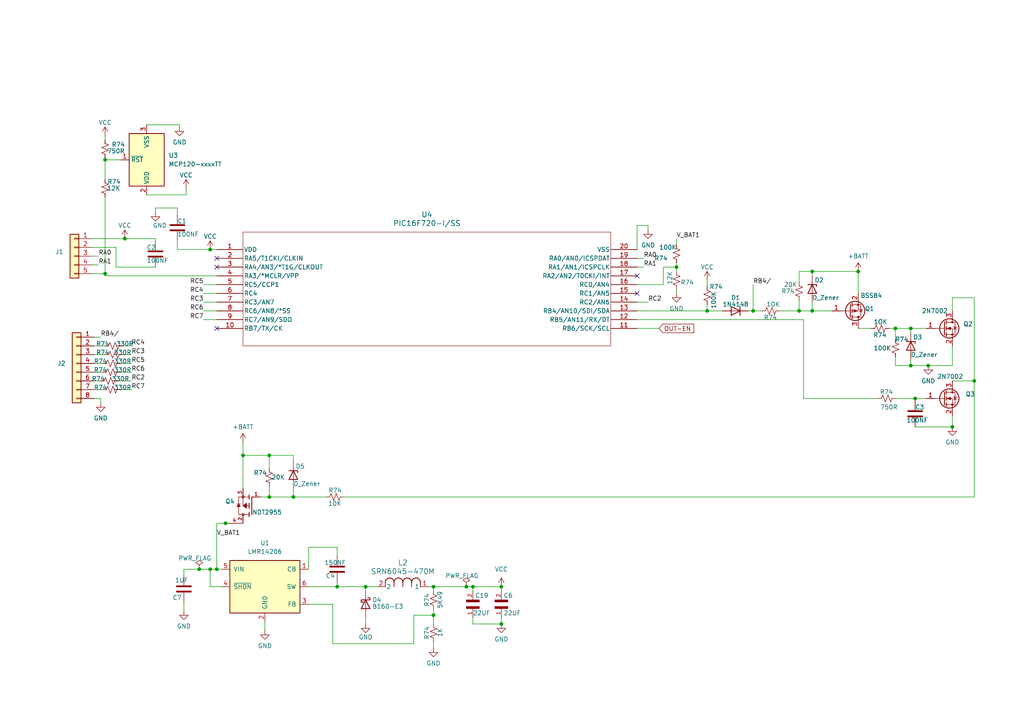
<source format=kicad_sch>
(kicad_sch (version 20230121) (generator eeschema)
  (paper "A4")
  (lib_symbols
    (symbol "2023-11-07_23-27-51:SRN6045-470M" (pin_names (offset 0.254))
      (property "Reference" "L" (at 6.985 5.08 0))
      (property "Value" "SRN6045-470M" (at 6.985 -2.54 0))
      (symbol "SRN6045-470M_1_1"
        (polyline (pts (xy 2.54 0) (xy 2.54 1.27)) (stroke (width 0.2032)))
        (polyline (pts (xy 5.08 0) (xy 5.08 1.27)) (stroke (width 0.2032)))
        (polyline (pts (xy 7.62 0) (xy 7.62 1.27)) (stroke (width 0.2032)))
        (polyline (pts (xy 10.16 0) (xy 10.16 1.27)) (stroke (width 0.2032)))
        (polyline (pts (xy 12.7 0) (xy 12.7 1.27)) (stroke (width 0.2032)))
        (arc (start 5.08 1.27) (mid 3.81 2.5345) (end 2.54 1.27) (stroke (width 0.254)))
        (arc (start 7.62 1.27) (mid 6.35 2.5345) (end 5.08 1.27) (stroke (width 0.254)))
        (arc (start 10.16 1.27) (mid 8.89 2.5345) (end 7.62 1.27) (stroke (width 0.254)))
        (arc (start 12.7 1.27) (mid 11.43 2.5345) (end 10.16 1.27) (stroke (width 0.254)))
        (pin unspecified line (at 15.24 0 180) (length 2.54) (name "1") (number "1"))
        (pin unspecified line (at 0 0 0) (length 2.54) (name "2") (number "2"))
      )
      (symbol "SRN6045-470M_1_2"
        (arc (start -1.27 5.08) (mid -2.5345 3.81) (end -1.27 2.54) (stroke (width 0.254)))
        (arc (start -1.27 7.62) (mid -2.5345 6.35) (end -1.27 5.08) (stroke (width 0.254)))
        (arc (start -1.27 10.16) (mid -2.5345 8.89) (end -1.27 7.62) (stroke (width 0.254)))
        (arc (start -1.27 12.7) (mid -2.5345 11.43) (end -1.27 10.16) (stroke (width 0.254)))
        (polyline (pts (xy 0 2.54) (xy -1.27 2.54)) (stroke (width 0.2032)))
        (polyline (pts (xy 0 5.08) (xy -1.27 5.08)) (stroke (width 0.2032)))
        (polyline (pts (xy 0 7.62) (xy -1.27 7.62)) (stroke (width 0.2032)))
        (polyline (pts (xy 0 10.16) (xy -1.27 10.16)) (stroke (width 0.2032)))
        (polyline (pts (xy 0 12.7) (xy -1.27 12.7)) (stroke (width 0.2032)))
        (pin unspecified line (at 0 15.24 270) (length 2.54) (name "1") (number "1"))
        (pin unspecified line (at 0 0 90) (length 2.54) (name "2") (number "2"))
      )
    )
    (symbol "202310-27_12-04-08:PIC16F720-I_SS" (pin_names (offset 0.254))
      (property "Reference" "U" (at 60.96 10.16 0))
      (property "Value" "PIC16F720-I/SS" (at 60.96 7.62 0))
      (symbol "PIC16F720-I_SS_0_1"
        (polyline (pts (xy 7.62 -27.94) (xy 114.3 -27.94)) (stroke (width 0.127)))
        (polyline (pts (xy 7.62 5.08) (xy 7.62 -27.94)) (stroke (width 0.127)))
        (polyline (pts (xy 114.3 -27.94) (xy 114.3 5.08)) (stroke (width 0.127)))
        (polyline (pts (xy 114.3 5.08) (xy 7.62 5.08)) (stroke (width 0.127)))
        (pin power_in line (at 0 0 0) (length 7.62) (name "VDD") (number "1"))
        (pin bidirectional line (at 0 -22.86 0) (length 7.62) (name "RB7/TX/CK") (number "10"))
        (pin bidirectional line (at 121.92 -22.86 180) (length 7.62) (name "RB6/SCK/SCL") (number "11"))
        (pin bidirectional line (at 121.92 -20.32 180) (length 7.62) (name "RB5/AN11/RX/DT") (number "12"))
        (pin bidirectional line (at 121.92 -17.78 180) (length 7.62) (name "RB4/AN10/SDI/SDA") (number "13"))
        (pin bidirectional line (at 121.92 -15.24 180) (length 7.62) (name "RC2/AN6") (number "14"))
        (pin bidirectional line (at 121.92 -12.7 180) (length 7.62) (name "RC1/AN5") (number "15"))
        (pin bidirectional line (at 121.92 -10.16 180) (length 7.62) (name "RC0/AN4") (number "16"))
        (pin bidirectional line (at 121.92 -7.62 180) (length 7.62) (name "RA2/AN2/T0CKI/INT") (number "17"))
        (pin bidirectional line (at 121.92 -5.08 180) (length 7.62) (name "RA1/AN1/ICSPCLK") (number "18"))
        (pin bidirectional line (at 121.92 -2.54 180) (length 7.62) (name "RA0/AN0/ICSPDAT") (number "19"))
        (pin bidirectional line (at 0 -2.54 0) (length 7.62) (name "RA5/T1CKI/CLKIN") (number "2"))
        (pin power_in line (at 121.92 0 180) (length 7.62) (name "VSS") (number "20"))
        (pin bidirectional line (at 0 -5.08 0) (length 7.62) (name "RA4/AN3/*T1G/CLKOUT") (number "3"))
        (pin bidirectional line (at 0 -7.62 0) (length 7.62) (name "RA3/*MCLR/VPP") (number "4"))
        (pin bidirectional line (at 0 -10.16 0) (length 7.62) (name "RC5/CCP1") (number "5"))
        (pin bidirectional line (at 0 -12.7 0) (length 7.62) (name "RC4") (number "6"))
        (pin bidirectional line (at 0 -15.24 0) (length 7.62) (name "RC3/AN7") (number "7"))
        (pin bidirectional line (at 0 -17.78 0) (length 7.62) (name "RC6/AN8/*SS") (number "8"))
        (pin bidirectional line (at 0 -20.32 0) (length 7.62) (name "RC7/AN9/SDO") (number "9"))
      )
    )
    (symbol "Connector_Generic:Conn_01x05" (pin_names (offset 1.016) hide)
      (property "Reference" "J" (at 0 7.62 0))
      (property "Value" "Conn_01x05" (at 0 -7.62 0))
      (symbol "Conn_01x05_1_1"
        (rectangle (start -1.27 -4.953) (end 0 -5.207) (stroke (width 0.1524)))
        (rectangle (start -1.27 -2.413) (end 0 -2.667) (stroke (width 0.1524)))
        (rectangle (start -1.27 0.127) (end 0 -0.127) (stroke (width 0.1524)))
        (rectangle (start -1.27 2.667) (end 0 2.413) (stroke (width 0.1524)))
        (rectangle (start -1.27 5.207) (end 0 4.953) (stroke (width 0.1524)))
        (rectangle (start -1.27 6.35) (end 1.27 -6.35) (stroke (width 0.254)) (fill (type background)))
        (pin passive line (at -5.08 5.08 0) (length 3.81) (name "Pin_1") (number "1"))
        (pin passive line (at -5.08 2.54 0) (length 3.81) (name "Pin_2") (number "2"))
        (pin passive line (at -5.08 0 0) (length 3.81) (name "Pin_3") (number "3"))
        (pin passive line (at -5.08 -2.54 0) (length 3.81) (name "Pin_4") (number "4"))
        (pin passive line (at -5.08 -5.08 0) (length 3.81) (name "Pin_5") (number "5"))
      )
    )
    (symbol "Connector_Generic:Conn_01x08" (pin_names (offset 1.016) hide)
      (property "Reference" "J" (at 0 10.16 0))
      (property "Value" "Conn_01x08" (at 0 -12.7 0))
      (symbol "Conn_01x08_1_1"
        (rectangle (start -1.27 -10.033) (end 0 -10.287) (stroke (width 0.1524)))
        (rectangle (start -1.27 -7.493) (end 0 -7.747) (stroke (width 0.1524)))
        (rectangle (start -1.27 -4.953) (end 0 -5.207) (stroke (width 0.1524)))
        (rectangle (start -1.27 -2.413) (end 0 -2.667) (stroke (width 0.1524)))
        (rectangle (start -1.27 0.127) (end 0 -0.127) (stroke (width 0.1524)))
        (rectangle (start -1.27 2.667) (end 0 2.413) (stroke (width 0.1524)))
        (rectangle (start -1.27 5.207) (end 0 4.953) (stroke (width 0.1524)))
        (rectangle (start -1.27 7.747) (end 0 7.493) (stroke (width 0.1524)))
        (rectangle (start -1.27 8.89) (end 1.27 -11.43) (stroke (width 0.254)) (fill (type background)))
        (pin passive line (at -5.08 7.62 0) (length 3.81) (name "Pin_1") (number "1"))
        (pin passive line (at -5.08 5.08 0) (length 3.81) (name "Pin_2") (number "2"))
        (pin passive line (at -5.08 2.54 0) (length 3.81) (name "Pin_3") (number "3"))
        (pin passive line (at -5.08 0 0) (length 3.81) (name "Pin_4") (number "4"))
        (pin passive line (at -5.08 -2.54 0) (length 3.81) (name "Pin_5") (number "5"))
        (pin passive line (at -5.08 -5.08 0) (length 3.81) (name "Pin_6") (number "6"))
        (pin passive line (at -5.08 -7.62 0) (length 3.81) (name "Pin_7") (number "7"))
        (pin passive line (at -5.08 -10.16 0) (length 3.81) (name "Pin_8") (number "8"))
      )
    )
    (symbol "Device:C" (pin_numbers hide) (pin_names (offset 0.254))
      (property "Reference" "C" (at 0.635 2.54 0))
      (property "Value" "C" (at 0.635 -2.54 0))
      (symbol "C_0_1"
        (polyline (pts (xy -2.032 -0.762) (xy 2.032 -0.762)) (stroke (width 0.508)))
        (polyline (pts (xy -2.032 0.762) (xy 2.032 0.762)) (stroke (width 0.508)))
      )
      (symbol "C_1_1"
        (pin passive line (at 0 3.81 270) (length 2.794) (name "~") (number "1"))
        (pin passive line (at 0 -3.81 90) (length 2.794) (name "~") (number "2"))
      )
    )
    (symbol "Device:D_Zener" (pin_numbers hide) (pin_names (offset 1.016) hide)
      (property "Reference" "D" (at 0 2.54 0))
      (property "Value" "D_Zener" (at 0 -2.54 0))
      (symbol "D_Zener_0_1"
        (polyline (pts (xy 1.27 0) (xy -1.27 0)))
        (polyline (pts (xy -1.27 -1.27) (xy -1.27 1.27) (xy -0.762 1.27)) (stroke (width 0.254)))
        (polyline (pts (xy 1.27 -1.27) (xy 1.27 1.27) (xy -1.27 0) (xy 1.27 -1.27)) (stroke (width 0.254)))
      )
      (symbol "D_Zener_1_1"
        (pin passive line (at -3.81 0 0) (length 2.54) (name "K") (number "1"))
        (pin passive line (at 3.81 0 180) (length 2.54) (name "A") (number "2"))
      )
    )
    (symbol "Device:R_Small_US" (pin_numbers hide) (pin_names (offset 0.254) hide)
      (property "Reference" "R" (at 0.762 0.508 0))
      (property "Value" "R_Small_US" (at 0.762 -1.016 0))
      (symbol "R_Small_US_1_1"
        (polyline (pts (xy 0 0) (xy 1.016 -0.381) (xy 0 -0.762) (xy -1.016 -1.143) (xy 0 -1.524)))
        (polyline (pts (xy 0 1.524) (xy 1.016 1.143) (xy 0 0.762) (xy -1.016 0.381) (xy 0 0)))
        (pin passive line (at 0 2.54 270) (length 1.016) (name "~") (number "1"))
        (pin passive line (at 0 -2.54 90) (length 1.016) (name "~") (number "2"))
      )
    )
    (symbol "Diode:1N4148" (pin_numbers hide) (pin_names hide)
      (property "Reference" "D" (at 0 2.54 0))
      (property "Value" "1N4148" (at 0 -2.54 0))
      (symbol "1N4148_0_1"
        (polyline (pts (xy -1.27 1.27) (xy -1.27 -1.27)) (stroke (width 0.254)))
        (polyline (pts (xy 1.27 0) (xy -1.27 0)))
        (polyline (pts (xy 1.27 1.27) (xy 1.27 -1.27) (xy -1.27 0) (xy 1.27 1.27)) (stroke (width 0.254)))
      )
      (symbol "1N4148_1_1"
        (pin passive line (at -3.81 0 0) (length 2.54) (name "K") (number "1"))
        (pin passive line (at 3.81 0 180) (length 2.54) (name "A") (number "2"))
      )
    )
    (symbol "Diode:B160-E3" (pin_numbers hide) (pin_names hide)
      (property "Reference" "D" (at 0 2.54 0))
      (property "Value" "B160-E3" (at 0 -2.54 0))
      (symbol "B160-E3_0_1"
        (polyline (pts (xy 1.27 0) (xy -1.27 0)))
        (polyline (pts (xy 1.27 1.27) (xy 1.27 -1.27) (xy -1.27 0) (xy 1.27 1.27)) (stroke (width 0.254)))
        (polyline (pts (xy -1.905 0.635) (xy -1.905 1.27) (xy -1.27 1.27) (xy -1.27 -1.27) (xy -0.635 -1.27) (xy -0.635 -0.635)) (stroke (width 0.254)))
      )
      (symbol "B160-E3_1_1"
        (pin passive line (at -3.81 0 0) (length 2.54) (name "K") (number "1"))
        (pin passive line (at 3.81 0 180) (length 2.54) (name "A") (number "2"))
      )
    )
    (symbol "GRM21BR61A226ME51L:GRM21BR61A226ME51L" (pin_names (offset 1.016))
      (property "Reference" "C" (at 0 3.8109 0))
      (property "Value" "GRM21BR61A226ME51L" (at 0 -5.0885 0))
      (symbol "GRM21BR61A226ME51L_0_0"
        (rectangle (start 0 -1.9069) (end 0.635 1.905) (stroke (width 0.1)) (fill (type outline)))
        (rectangle (start 1.9069 -1.9069) (end 2.54 1.905) (stroke (width 0.1)) (fill (type outline)))
        (pin passive line (at -2.54 0 0) (length 2.54) (name "~") (number "1"))
        (pin passive line (at 5.08 0 180) (length 2.54) (name "~") (number "2"))
      )
    )
    (symbol "NDT2955:NDT2955" (pin_names (offset 1.016))
      (property "Reference" "Q" (at -11.4362 -1.2707 0))
      (property "Value" "NDT2955" (at -11.4451 -3.815 0))
      (symbol "NDT2955_0_0"
        (polyline (pts (xy 0 -2.54) (xy 0 2.54)) (stroke (width 0.254)))
        (polyline (pts (xy 0.762 -3.175) (xy 0.762 -2.54)) (stroke (width 0.254)))
        (polyline (pts (xy 0.762 -2.54) (xy 0.762 -1.905)) (stroke (width 0.254)))
        (polyline (pts (xy 0.762 -2.54) (xy 3.81 -2.54)) (stroke (width 0.1524)))
        (polyline (pts (xy 0.762 -0.762) (xy 0.762 0)) (stroke (width 0.254)))
        (polyline (pts (xy 0.762 0) (xy 0.762 0.762)) (stroke (width 0.254)))
        (polyline (pts (xy 0.762 0) (xy 2.54 0)) (stroke (width 0.1524)))
        (polyline (pts (xy 0.762 1.905) (xy 0.762 2.54)) (stroke (width 0.254)))
        (polyline (pts (xy 0.762 2.54) (xy 0.762 3.175)) (stroke (width 0.254)))
        (polyline (pts (xy 2.54 0) (xy 2.54 2.54)) (stroke (width 0.1524)))
        (polyline (pts (xy 2.54 2.54) (xy 0.762 2.54)) (stroke (width 0.1524)))
        (polyline (pts (xy 2.54 2.54) (xy 3.81 2.54)) (stroke (width 0.1524)))
        (polyline (pts (xy 3.302 0.508) (xy 3.81 0.508)) (stroke (width 0.1524)))
        (polyline (pts (xy 3.81 -2.54) (xy 3.81 0.508)) (stroke (width 0.1524)))
        (polyline (pts (xy 3.81 0.508) (xy 3.81 2.54)) (stroke (width 0.1524)))
        (polyline (pts (xy 3.81 0.508) (xy 4.318 0.508)) (stroke (width 0.1524)))
        (polyline (pts (xy 2.54 0) (xy 1.524 0.762) (xy 1.524 -0.762) (xy 2.54 0)) (stroke (width 0.1524)) (fill (type outline)))
        (polyline (pts (xy 3.81 0.508) (xy 4.318 -0.254) (xy 3.302 -0.254) (xy 3.81 0.508)) (stroke (width 0.1524)) (fill (type outline)))
        (circle (center 2.54 -2.54) (radius 0.3592))
        (circle (center 2.54 2.54) (radius 0.3592))
        (pin passive line (at -2.54 2.54 0) (length 2.54) (name "~") (number "1"))
        (pin passive line (at 2.54 -5.08 90) (length 2.54) (name "~") (number "2"))
        (pin passive line (at 2.54 5.08 270) (length 2.54) (name "~") (number "3"))
        (pin bidirectional line (at 7.62 -5.08 180) (length 5.08) (name "~") (number "4"))
      )
    )
    (symbol "Power_Supervisor:MCP120-xxxxTT"
      (property "Reference" "U" (at -5.08 8.89 0))
      (property "Value" "MCP120-xxxxTT" (at 8.89 8.89 0))
      (symbol "MCP120-xxxxTT_0_1"
        (rectangle (start 5.08 7.62) (end -5.08 -7.62) (stroke (width 0.254)) (fill (type background)))
      )
      (symbol "MCP120-xxxxTT_1_1"
        (pin open_collector line (at 7.62 0 180) (length 2.54) (name "~{RST}") (number "1"))
        (pin power_in line (at 0 10.16 270) (length 2.54) (name "VDD") (number "2"))
        (pin power_in line (at 0 -10.16 90) (length 2.54) (name "VSS") (number "3"))
      )
    )
    (symbol "Regulator_Switching:LMR14206" (pin_names (offset 1.016))
      (property "Reference" "U" (at -10.16 11.43 0))
      (property "Value" "LMR14206" (at -10.16 8.89 0))
      (symbol "LMR14206_0_1"
        (rectangle (start -10.16 7.62) (end 10.16 -7.62) (stroke (width 0.254)) (fill (type background)))
      )
      (symbol "LMR14206_1_1"
        (pin input line (at 12.7 5.08 180) (length 2.54) (name "CB") (number "1"))
        (pin power_in line (at 0 -10.16 90) (length 2.54) (name "GND") (number "2"))
        (pin input line (at 12.7 -5.08 180) (length 2.54) (name "FB") (number "3"))
        (pin input line (at -12.7 0 0) (length 2.54) (name "~{SHDN}") (number "4"))
        (pin power_in line (at -12.7 5.08 0) (length 2.54) (name "VIN") (number "5"))
        (pin output line (at 12.7 0 180) (length 2.54) (name "SW") (number "6"))
      )
    )
    (symbol "Transistor_FET:2N7002" (pin_names hide)
      (property "Reference" "Q" (at 5.08 1.905 0))
      (property "Value" "2N7002" (at 5.08 0 0))
      (symbol "2N7002_0_1"
        (polyline (pts (xy 0.254 0) (xy -2.54 0)))
        (polyline (pts (xy 0.254 1.905) (xy 0.254 -1.905)) (stroke (width 0.254)))
        (polyline (pts (xy 0.762 -1.27) (xy 0.762 -2.286)) (stroke (width 0.254)))
        (polyline (pts (xy 0.762 0.508) (xy 0.762 -0.508)) (stroke (width 0.254)))
        (polyline (pts (xy 0.762 2.286) (xy 0.762 1.27)) (stroke (width 0.254)))
        (polyline (pts (xy 2.54 2.54) (xy 2.54 1.778)))
        (polyline (pts (xy 2.54 -2.54) (xy 2.54 0) (xy 0.762 0)))
        (polyline (pts (xy 0.762 -1.778) (xy 3.302 -1.778) (xy 3.302 1.778) (xy 0.762 1.778)))
        (polyline (pts (xy 1.016 0) (xy 2.032 0.381) (xy 2.032 -0.381) (xy 1.016 0)) (fill (type outline)))
        (polyline (pts (xy 2.794 0.508) (xy 2.921 0.381) (xy 3.683 0.381) (xy 3.81 0.254)))
        (polyline (pts (xy 3.302 0.381) (xy 2.921 -0.254) (xy 3.683 -0.254) (xy 3.302 0.381)))
        (circle (center 1.651 0) (radius 2.794) (stroke (width 0.254)))
        (circle (center 2.54 -1.778) (radius 0.254) (fill (type outline)))
        (circle (center 2.54 1.778) (radius 0.254) (fill (type outline)))
      )
      (symbol "2N7002_1_1"
        (pin input line (at -5.08 0 0) (length 2.54) (name "G") (number "1"))
        (pin passive line (at 2.54 -5.08 90) (length 2.54) (name "S") (number "2"))
        (pin passive line (at 2.54 5.08 270) (length 2.54) (name "D") (number "3"))
      )
    )
    (symbol "Transistor_FET:BSS84" (pin_names hide)
      (property "Reference" "Q" (at 5.08 1.905 0))
      (property "Value" "BSS84" (at 5.08 0 0))
      (symbol "BSS84_0_1"
        (polyline (pts (xy 0.254 0) (xy -2.54 0)))
        (polyline (pts (xy 0.254 1.905) (xy 0.254 -1.905)) (stroke (width 0.254)))
        (polyline (pts (xy 0.762 -1.27) (xy 0.762 -2.286)) (stroke (width 0.254)))
        (polyline (pts (xy 0.762 0.508) (xy 0.762 -0.508)) (stroke (width 0.254)))
        (polyline (pts (xy 0.762 2.286) (xy 0.762 1.27)) (stroke (width 0.254)))
        (polyline (pts (xy 2.54 2.54) (xy 2.54 1.778)))
        (polyline (pts (xy 2.54 -2.54) (xy 2.54 0) (xy 0.762 0)))
        (polyline (pts (xy 0.762 1.778) (xy 3.302 1.778) (xy 3.302 -1.778) (xy 0.762 -1.778)))
        (polyline (pts (xy 2.286 0) (xy 1.27 0.381) (xy 1.27 -0.381) (xy 2.286 0)) (fill (type outline)))
        (polyline (pts (xy 2.794 -0.508) (xy 2.921 -0.381) (xy 3.683 -0.381) (xy 3.81 -0.254)))
        (polyline (pts (xy 3.302 -0.381) (xy 2.921 0.254) (xy 3.683 0.254) (xy 3.302 -0.381)))
        (circle (center 1.651 0) (radius 2.794) (stroke (width 0.254)))
        (circle (center 2.54 -1.778) (radius 0.254) (fill (type outline)))
        (circle (center 2.54 1.778) (radius 0.254) (fill (type outline)))
      )
      (symbol "BSS84_1_1"
        (pin input line (at -5.08 0 0) (length 2.54) (name "G") (number "1"))
        (pin passive line (at 2.54 -5.08 90) (length 2.54) (name "S") (number "2"))
        (pin passive line (at 2.54 5.08 270) (length 2.54) (name "D") (number "3"))
      )
    )
    (symbol "power:+BATT" (power) (pin_names (offset 0))
      (property "Value" "+BATT" (at 0 3.556 0))
      (symbol "+BATT_0_1"
        (polyline (pts (xy -0.762 1.27) (xy 0 2.54)))
        (polyline (pts (xy 0 0) (xy 0 2.54)))
        (polyline (pts (xy 0 2.54) (xy 0.762 1.27)))
      )
      (symbol "+BATT_1_1"
        (pin power_in line (at 0 0 90) (length 0) hide (name "+BATT") (number "1"))
      )
    )
    (symbol "power:GND" (power) (pin_names (offset 0))
      (property "Value" "GND" (at 0 -3.81 0))
      (symbol "GND_0_1"
        (polyline (pts (xy 0 0) (xy 0 -1.27) (xy 1.27 -1.27) (xy 0 -2.54) (xy -1.27 -1.27) (xy 0 -1.27)))
      )
      (symbol "GND_1_1"
        (pin power_in line (at 0 0 270) (length 0) hide (name "GND") (number "1"))
      )
    )
    (symbol "power:PWR_FLAG" (power) (pin_numbers hide) (pin_names (offset 0) hide)
      (property "Value" "PWR_FLAG" (at 0 3.81 0))
      (symbol "PWR_FLAG_0_0"
        (pin power_out line (at 0 0 90) (length 0) (name "pwr") (number "1"))
      )
      (symbol "PWR_FLAG_0_1"
        (polyline (pts (xy 0 0) (xy 0 1.27) (xy -1.016 1.905) (xy 0 2.54) (xy 1.016 1.905) (xy 0 1.27)))
      )
    )
    (symbol "power:VCC" (power) (pin_names (offset 0))
      (property "Value" "VCC" (at 0 3.81 0))
      (symbol "VCC_0_1"
        (polyline (pts (xy -0.762 1.27) (xy 0 2.54)))
        (polyline (pts (xy 0 0) (xy 0 2.54)))
        (polyline (pts (xy 0 2.54) (xy 0.762 1.27)))
      )
      (symbol "VCC_1_1"
        (pin power_in line (at 0 0 90) (length 0) hide (name "VCC") (number "1"))
      )
    )
  )
  (junction (at 62.865 165.1))
  (junction (at 137.16 170.18))
  (junction (at 205.105 90.17))
  (junction (at 265.43 115.57))
  (junction (at 78.105 144.145))
  (junction (at 78.105 132.08))
  (junction (at 218.44 90.17))
  (junction (at 196.215 77.47))
  (junction (at 282.575 110.49))
  (junction (at 106.045 170.18))
  (junction (at 125.73 170.18))
  (junction (at 145.415 170.18))
  (junction (at 248.92 78.74))
  (junction (at 231.775 90.17))
  (junction (at 264.16 95.25))
  (junction (at 70.485 132.08))
  (junction (at 264.16 106.045))
  (junction (at 85.09 144.145))
  (junction (at 125.73 178.435))
  (junction (at 60.96 72.39))
  (junction (at 269.24 106.045))
  (junction (at 65.405 151.765))
  (junction (at 57.785 165.1))
  (junction (at 30.48 46.355))
  (junction (at 36.195 69.215))
  (junction (at 97.79 170.18))
  (junction (at 30.48 79.375))
  (junction (at 60.96 165.1))
  (junction (at 259.715 95.25))
  (junction (at 235.585 78.74))
  (junction (at 145.415 180.975))
  (junction (at 135.255 170.18))
  (junction (at 276.225 123.825))
  (junction (at 235.585 90.17))
  (no_connect (at 184.785 80.01))
  (no_connect (at 184.785 85.09))
  (no_connect (at 62.865 95.25))
  (no_connect (at 62.865 74.93))
  (no_connect (at 62.865 77.47))
  (wire (pts (xy 184.785 82.55) (xy 192.405 82.55)))
  (wire (pts (xy 57.785 165.1) (xy 60.96 165.1)))
  (wire (pts (xy 231.775 90.17) (xy 235.585 90.17)))
  (wire (pts (xy 59.055 90.17) (xy 62.865 90.17)))
  (wire (pts (xy 97.79 170.18) (xy 97.79 168.91)))
  (wire (pts (xy 89.535 175.26) (xy 96.52 175.26)))
  (wire (pts (xy 96.52 175.26) (xy 96.52 186.69)))
  (wire (pts (xy 264.16 106.045) (xy 264.16 104.14)))
  (wire (pts (xy 27.305 113.03) (xy 29.845 113.03)))
  (wire (pts (xy 30.48 39.37) (xy 30.48 40.64)))
  (wire (pts (xy 282.575 110.49) (xy 276.225 110.49)))
  (wire (pts (xy 184.785 65.405) (xy 187.96 65.405)))
  (wire (pts (xy 248.92 85.09) (xy 248.92 78.74)))
  (wire (pts (xy 184.785 87.63) (xy 187.96 87.63)))
  (wire (pts (xy 59.055 85.09) (xy 62.865 85.09)))
  (wire (pts (xy 78.105 140.97) (xy 78.105 144.145)))
  (wire (pts (xy 196.215 77.47) (xy 196.215 78.74)))
  (wire (pts (xy 282.575 86.36) (xy 282.575 110.49)))
  (wire (pts (xy 53.975 56.515) (xy 53.975 54.61)))
  (wire (pts (xy 65.405 151.765) (xy 70.485 151.765)))
  (wire (pts (xy 33.655 71.755) (xy 26.67 71.755)))
  (wire (pts (xy 259.715 95.25) (xy 259.715 98.425)))
  (wire (pts (xy 120.015 178.435) (xy 125.73 178.435)))
  (wire (pts (xy 184.785 72.39) (xy 184.785 65.405)))
  (wire (pts (xy 70.485 132.08) (xy 78.105 132.08)))
  (wire (pts (xy 120.015 186.69) (xy 120.015 178.435)))
  (wire (pts (xy 70.485 132.08) (xy 70.485 141.605)))
  (wire (pts (xy 235.585 78.74) (xy 235.585 80.01)))
  (wire (pts (xy 135.255 170.18) (xy 125.73 170.18)))
  (wire (pts (xy 276.225 100.33) (xy 276.225 106.045)))
  (wire (pts (xy 27.305 110.49) (xy 29.21 110.49)))
  (wire (pts (xy 231.775 78.74) (xy 235.585 78.74)))
  (wire (pts (xy 89.535 158.75) (xy 89.535 165.1)))
  (wire (pts (xy 254.635 115.57) (xy 233.045 115.57)))
  (wire (pts (xy 259.715 95.25) (xy 264.16 95.25)))
  (wire (pts (xy 99.695 144.145) (xy 282.575 144.145)))
  (wire (pts (xy 184.785 74.93) (xy 186.69 74.93)))
  (wire (pts (xy 30.48 80.01) (xy 62.865 80.01)))
  (wire (pts (xy 125.73 171.45) (xy 125.73 170.18)))
  (wire (pts (xy 62.865 165.1) (xy 64.135 165.1)))
  (wire (pts (xy 33.655 77.47) (xy 33.655 71.755)))
  (wire (pts (xy 53.34 167.005) (xy 53.34 165.1)))
  (wire (pts (xy 45.085 77.47) (xy 33.655 77.47)))
  (wire (pts (xy 59.055 87.63) (xy 62.865 87.63)))
  (wire (pts (xy 125.73 178.435) (xy 125.73 180.975)))
  (wire (pts (xy 248.92 95.25) (xy 252.73 95.25)))
  (wire (pts (xy 217.17 90.17) (xy 218.44 90.17)))
  (wire (pts (xy 34.29 110.49) (xy 38.1 110.49)))
  (wire (pts (xy 42.545 56.515) (xy 53.975 56.515)))
  (wire (pts (xy 259.715 106.045) (xy 264.16 106.045)))
  (wire (pts (xy 235.585 90.17) (xy 241.3 90.17)))
  (wire (pts (xy 78.105 132.08) (xy 78.105 135.89)))
  (wire (pts (xy 35.56 102.87) (xy 38.1 102.87)))
  (wire (pts (xy 27.305 105.41) (xy 29.845 105.41)))
  (wire (pts (xy 137.16 179.07) (xy 137.16 180.975)))
  (wire (pts (xy 45.085 60.325) (xy 51.435 60.325)))
  (wire (pts (xy 34.925 105.41) (xy 38.1 105.41)))
  (wire (pts (xy 248.92 78.74) (xy 235.585 78.74)))
  (wire (pts (xy 64.135 170.18) (xy 60.96 170.18)))
  (wire (pts (xy 106.045 170.18) (xy 109.22 170.18)))
  (wire (pts (xy 51.435 69.85) (xy 51.435 72.39)))
  (wire (pts (xy 259.715 115.57) (xy 265.43 115.57)))
  (wire (pts (xy 97.79 170.18) (xy 106.045 170.18)))
  (wire (pts (xy 184.785 90.17) (xy 205.105 90.17)))
  (wire (pts (xy 276.225 106.045) (xy 269.24 106.045)))
  (wire (pts (xy 231.775 86.995) (xy 231.775 90.17)))
  (wire (pts (xy 89.535 170.18) (xy 97.79 170.18)))
  (wire (pts (xy 265.43 115.57) (xy 268.605 115.57)))
  (wire (pts (xy 145.415 171.45) (xy 145.415 170.18)))
  (wire (pts (xy 70.485 128.27) (xy 70.485 132.08)))
  (wire (pts (xy 85.09 141.605) (xy 85.09 144.145)))
  (wire (pts (xy 59.055 92.71) (xy 62.865 92.71)))
  (wire (pts (xy 205.105 88.265) (xy 205.105 90.17)))
  (wire (pts (xy 137.16 180.975) (xy 145.415 180.975)))
  (wire (pts (xy 27.305 115.57) (xy 29.21 115.57)))
  (wire (pts (xy 276.225 86.36) (xy 282.575 86.36)))
  (wire (pts (xy 30.48 57.15) (xy 30.48 79.375)))
  (wire (pts (xy 26.67 79.375) (xy 30.48 79.375)))
  (wire (pts (xy 30.48 46.355) (xy 30.48 52.07)))
  (wire (pts (xy 27.305 102.87) (xy 30.48 102.87)))
  (wire (pts (xy 187.96 65.405) (xy 187.96 66.675)))
  (wire (pts (xy 62.865 151.765) (xy 62.865 165.1)))
  (wire (pts (xy 76.835 180.34) (xy 76.835 182.88)))
  (wire (pts (xy 26.67 74.295) (xy 28.575 74.295)))
  (wire (pts (xy 145.415 170.18) (xy 137.16 170.18)))
  (wire (pts (xy 30.48 80.01) (xy 30.48 79.375)))
  (wire (pts (xy 78.105 132.08) (xy 85.09 132.08)))
  (wire (pts (xy 53.34 174.625) (xy 53.34 177.165)))
  (wire (pts (xy 269.24 106.045) (xy 264.16 106.045)))
  (wire (pts (xy 184.785 95.25) (xy 191.135 95.25)))
  (wire (pts (xy 265.43 115.57) (xy 265.43 116.205)))
  (wire (pts (xy 106.045 179.07) (xy 106.045 180.975)))
  (wire (pts (xy 264.16 95.25) (xy 268.605 95.25)))
  (wire (pts (xy 34.925 113.03) (xy 38.1 113.03)))
  (wire (pts (xy 137.16 170.18) (xy 137.16 171.45)))
  (wire (pts (xy 45.085 69.215) (xy 45.085 69.85)))
  (wire (pts (xy 78.105 144.145) (xy 85.09 144.145)))
  (wire (pts (xy 137.16 170.18) (xy 135.255 170.18)))
  (wire (pts (xy 27.305 100.33) (xy 30.48 100.33)))
  (wire (pts (xy 97.79 158.75) (xy 89.535 158.75)))
  (wire (pts (xy 125.73 176.53) (xy 125.73 178.435)))
  (wire (pts (xy 196.215 69.215) (xy 196.215 71.12)))
  (wire (pts (xy 85.09 132.08) (xy 85.09 133.985)))
  (wire (pts (xy 53.34 165.1) (xy 57.785 165.1)))
  (wire (pts (xy 218.44 90.17) (xy 220.98 90.17)))
  (wire (pts (xy 60.96 170.18) (xy 60.96 165.1)))
  (wire (pts (xy 52.07 36.195) (xy 52.07 36.83)))
  (wire (pts (xy 125.73 186.055) (xy 125.73 187.96)))
  (wire (pts (xy 51.435 72.39) (xy 60.96 72.39)))
  (wire (pts (xy 42.545 36.195) (xy 52.07 36.195)))
  (wire (pts (xy 196.215 76.2) (xy 196.215 77.47)))
  (wire (pts (xy 205.105 90.17) (xy 209.55 90.17)))
  (wire (pts (xy 59.055 82.55) (xy 62.865 82.55)))
  (wire (pts (xy 62.865 72.39) (xy 60.96 72.39)))
  (wire (pts (xy 30.48 45.72) (xy 30.48 46.355)))
  (wire (pts (xy 205.105 81.28) (xy 205.105 83.185)))
  (wire (pts (xy 259.715 103.505) (xy 259.715 106.045)))
  (wire (pts (xy 231.775 81.915) (xy 231.775 78.74)))
  (wire (pts (xy 145.415 180.975) (xy 145.415 179.07)))
  (wire (pts (xy 106.045 170.18) (xy 106.045 171.45)))
  (wire (pts (xy 264.16 95.25) (xy 264.16 96.52)))
  (wire (pts (xy 192.405 82.55) (xy 192.405 77.47)))
  (wire (pts (xy 124.46 170.18) (xy 125.73 170.18)))
  (wire (pts (xy 27.305 107.95) (xy 29.845 107.95)))
  (wire (pts (xy 184.785 77.47) (xy 186.69 77.47)))
  (wire (pts (xy 26.67 76.835) (xy 28.575 76.835)))
  (wire (pts (xy 218.44 82.55) (xy 218.44 90.17)))
  (wire (pts (xy 265.43 123.825) (xy 276.225 123.825)))
  (wire (pts (xy 226.06 90.17) (xy 231.775 90.17)))
  (wire (pts (xy 29.21 115.57) (xy 29.21 116.84)))
  (wire (pts (xy 36.195 69.215) (xy 45.085 69.215)))
  (wire (pts (xy 235.585 90.17) (xy 235.585 87.63)))
  (wire (pts (xy 26.67 69.215) (xy 36.195 69.215)))
  (wire (pts (xy 51.435 60.325) (xy 51.435 62.23)))
  (wire (pts (xy 35.56 100.33) (xy 38.1 100.33)))
  (wire (pts (xy 85.09 144.145) (xy 94.615 144.145)))
  (wire (pts (xy 184.785 92.71) (xy 233.045 92.71)))
  (wire (pts (xy 233.045 115.57) (xy 233.045 92.71)))
  (wire (pts (xy 60.96 165.1) (xy 62.865 165.1)))
  (wire (pts (xy 34.925 107.95) (xy 38.1 107.95)))
  (wire (pts (xy 276.225 120.65) (xy 276.225 123.825)))
  (wire (pts (xy 276.225 90.17) (xy 276.225 86.36)))
  (wire (pts (xy 196.215 83.82) (xy 196.215 85.09)))
  (wire (pts (xy 27.305 97.79) (xy 29.21 97.79)))
  (wire (pts (xy 75.565 144.145) (xy 78.105 144.145)))
  (wire (pts (xy 192.405 77.47) (xy 196.215 77.47)))
  (wire (pts (xy 30.48 46.355) (xy 34.925 46.355)))
  (wire (pts (xy 96.52 186.69) (xy 120.015 186.69)))
  (wire (pts (xy 97.79 161.29) (xy 97.79 158.75)))
  (wire (pts (xy 45.085 61.595) (xy 45.085 60.325)))
  (wire (pts (xy 282.575 110.49) (xy 282.575 144.145)))
  (wire (pts (xy 257.81 95.25) (xy 259.715 95.25)))
  (wire (pts (xy 65.405 151.765) (xy 62.865 151.765)))
  (label "RA1" (at 28.575 76.835 0))
  (label "RA0" (at 28.575 74.295 0))
  (label "V_BAT1" (at 62.865 155.575 0))
  (label "RB4{slash}" (at 29.21 97.79 0))
  (label "RC5" (at 59.055 82.55 180))
  (label "RC7" (at 59.055 92.71 180))
  (label "V_BAT1" (at 196.215 69.215 0))
  (label "RA0" (at 186.69 74.93 0))
  (label "RC2" (at 187.96 87.63 0))
  (label "RC4" (at 38.1 100.33 0))
  (label "RC3" (at 38.1 102.87 0))
  (label "RC7" (at 38.1 113.03 0))
  (label "RC4" (at 59.055 85.09 180))
  (label "RC5" (at 38.1 105.41 0))
  (label "RB4{slash}" (at 218.44 82.55 0))
  (label "RC3" (at 59.055 87.63 180))
  (label "RC6" (at 38.1 107.95 0))
  (label "RC2" (at 38.1 110.49 0))
  (label "RA1" (at 186.69 77.47 0))
  (label "RC6" (at 59.055 90.17 180))
  (global_label "OUT-EN" (shape input) (at 191.135 95.25 0) (property "Intersheetrefs" "${INTERSHEET_REFS}" (effects hide)))
  (symbol (lib_id "GRM21BR61A226ME51L:GRM21BR61A226ME51L") (at 137.16 176.53 90) (unit 1)
    (property "Reference" "C19" (at 137.795 172.72 90) (effects (justify right)))
    (property "Value" "22UF" (at 137.16 177.8 90) (effects (justify right)))
    (property "Footprint" "GRM21BR61A226ME51L:CAPC2012X140N" (effects hide))
  )
  (symbol (lib_id "Device:C") (at 53.34 170.815 180) (unit 1)
    (property "Reference" "C7" (at 52.705 173.355 0) (effects (justify left)))
    (property "Value" "1UF" (at 54.61 168.275 0) (effects (justify left)))
    (property "Footprint" "Capacitor_SMD:C_1210_3225Metric" (effects hide))
  )
  (symbol (lib_id "202310-27_12-04-08:PIC16F720-I_SS") (at 62.865 72.39 0) (unit 1)
    (property "Reference" "U4" (at 123.825 62.23 0) (effects (font (size 1.524 1.524))))
    (property "Value" "PIC16F720-I/SS" (at 123.825 64.77 0) (effects (font (size 1.524 1.524))))
    (property "Footprint" "PIC16F720-I:SSOP20_MC_MCH" (effects hide))
    (property "Datasheet" "PIC16F720-I/SS" (effects hide))
  )
  (symbol (lib_id "Transistor_FET:BSS84") (at 246.38 90.17 0) (mirror x) (unit 1)
    (property "Reference" "Q1" (at 250.825 89.535 0) (effects (justify left)))
    (property "Value" "BSS84" (at 249.555 85.725 0) (effects (justify left)))
    (property "Footprint" "Package_TO_SOT_SMD:SOT-23" (effects hide))
    (property "Datasheet" "http://assets.nexperia.com/documents/data-sheet/BSS84.pdf" (effects hide))
  )
  (symbol (lib_id "power:GND") (at 45.085 61.595 0) (unit 1)
    (property "Reference" "#PWR02" (effects hide))
    (property "Value" "GND" (at 46.355 65.405 0))
  )
  (symbol (lib_id "power:GND") (at 276.225 123.825 0) (unit 1)
    (property "Reference" "#PWR09" (effects hide))
    (property "Value" "GND" (at 276.225 128.27 0))
  )
  (symbol (lib_id "2023-11-07_23-27-51:SRN6045-470M") (at 109.22 170.18 0) (unit 1)
    (property "Reference" "L2" (at 116.84 163.195 0) (effects (font (size 1.524 1.524))))
    (property "Value" "SRN6045-470M" (at 116.84 165.735 0) (effects (font (size 1.524 1.524))))
    (property "Footprint" "Inductor_SMD:L_6.3x6.3_H3" (effects hide))
    (property "Datasheet" "SRN6045-470M" (effects hide))
  )
  (symbol (lib_id "Connector_Generic:Conn_01x05") (at 21.59 74.295 0) (mirror y) (unit 1)
    (property "Reference" "J1" (at 18.415 73.025 0) (effects (justify left)))
    (property "Value" "Conn_01x05" (effects hide))
    (property "Footprint" "Connector_PinHeader_2.00mm:PinHeader_1x05_P2.00mm_Vertical" (effects hide))
  )
  (symbol (lib_id "Device:R_Small_US") (at 32.385 107.95 270) (unit 1)
    (property "Reference" "R74" (at 31.115 107.315 90) (effects (justify right)))
    (property "Value" "330R" (at 33.02 107.315 90) (effects (justify left)))
    (property "Footprint" "Resistor_SMD:R_0201_0603Metric" (effects hide))
    (property "MANUFACTURER" "YAGEO" (effects hide))
    (property "MANUFACTURER PARTNO" "RC0402FR-0720KL" (effects hide))
    (instances (project "BoardPowerSupply" (path "" (reference "R74") (unit 1))) (project "SN-951 " (path "" (reference "R?") (unit 1)) (path "" (reference "R50") (unit 1)) (path "" (reference "R6") (unit 1))))
  )
  (symbol (lib_id "Device:R_Small_US") (at 33.02 100.33 270) (unit 1)
    (property "Reference" "R74" (at 31.75 99.695 90) (effects (justify right)))
    (property "Value" "330R" (at 33.655 99.695 90) (effects (justify left)))
    (property "Footprint" "Resistor_SMD:R_0201_0603Metric" (effects hide))
    (property "MANUFACTURER" "YAGEO" (effects hide))
    (property "MANUFACTURER PARTNO" "RC0402FR-0720KL" (effects hide))
    (instances (project "BoardPowerSupply" (path "" (reference "R74") (unit 1))) (project "SN-951 " (path "" (reference "R?") (unit 1)) (path "" (reference "R50") (unit 1)) (path "" (reference "R4") (unit 1))))
  )
  (symbol (lib_id "Device:R_Small_US") (at 30.48 43.18 180) (unit 1)
    (property "Reference" "R74" (at 32.385 41.91 0) (effects (justify right)))
    (property "Value" "750R" (at 36.195 43.815 0) (effects (justify left)))
    (property "Footprint" "Resistor_SMD:R_0201_0603Metric" (effects hide))
    (property "MANUFACTURER" "YAGEO" (effects hide))
    (property "MANUFACTURER PARTNO" "RC0402FR-0720KL" (effects hide))
    (instances (project "BoardPowerSupply" (path "" (reference "R74") (unit 1))) (project "SN-951 " (path "" (reference "R?") (unit 1)) (path "" (reference "R50") (unit 1)) (path "" (reference "R2") (unit 1))))
  )
  (symbol (lib_id "Device:C") (at 265.43 120.015 0) (unit 1)
    (property "Reference" "C3" (at 265.43 118.11 0) (effects (justify left)))
    (property "Value" "100NF" (at 262.89 121.92 0) (effects (justify left)))
    (property "Footprint" "Capacitor_SMD:C_0603_1608Metric" (effects hide))
  )
  (symbol (lib_id "power:GND") (at 29.21 116.84 0) (unit 1)
    (property "Reference" "#PWR05" (effects hide))
    (property "Value" "GND" (at 29.21 121.285 0))
  )
  (symbol (lib_id "power:GND") (at 106.045 180.975 0) (unit 1)
    (property "Reference" "#PWR013" (effects hide))
    (property "Value" "GND" (at 106.045 184.785 0))
  )
  (symbol (lib_id "NDT2955:NDT2955") (at 73.025 146.685 0) (mirror y) (unit 1)
    (property "Reference" "Q4" (at 66.675 145.415 0))
    (property "Value" "NDT2955" (at 77.47 148.59 0))
    (property "Footprint" "NDT2955:SOT223" (effects hide))
    (property "MF" "onsemi" (effects hide))
    (property "Description" "\nP-Channel 60 V 2.5A (Ta) 3W (Ta) Surface Mount SOT-223-4\n" (effects hide))
    (property "Package" "None" (effects hide))
    (property "Price" "None" (effects hide))
    (property "SnapEDA_Link" "https://www.snapeda.com/parts/NDT2955/Onsemi/view-part/?ref=snap" (effects hide))
    (property "MP" "NDT2955" (effects hide))
    (property "Purchase-URL" "https://www.snapeda.com/api/url_track_click_mouser/?unipart_id=7377724&manufacturer=onsemi&part_name=NDT2955&search_term=None" (effects hide))
    (property "Availability" "In Stock" (effects hide))
    (property "Check_prices" "https://www.snapeda.com/parts/NDT2955/Onsemi/view-part/?ref=eda" (effects hide))
  )
  (symbol (lib_id "Device:R_Small_US") (at 32.385 113.03 270) (unit 1)
    (property "Reference" "R74" (at 31.115 112.395 90) (effects (justify right)))
    (property "Value" "330R" (at 33.02 112.395 90) (effects (justify left)))
    (property "Footprint" "Resistor_SMD:R_0201_0603Metric" (effects hide))
    (property "MANUFACTURER" "YAGEO" (effects hide))
    (property "MANUFACTURER PARTNO" "RC0402FR-0720KL" (effects hide))
    (instances (project "BoardPowerSupply" (path "" (reference "R74") (unit 1))) (project "SN-951 " (path "" (reference "R?") (unit 1)) (path "" (reference "R50") (unit 1)) (path "" (reference "R7") (unit 1))))
  )
  (symbol (lib_id "GRM21BR61A226ME51L:GRM21BR61A226ME51L") (at 145.415 176.53 90) (unit 1)
    (property "Reference" "C6" (at 146.05 172.72 90) (effects (justify right)))
    (property "Value" "22UF" (at 146.05 177.8 90) (effects (justify right)))
    (property "Footprint" "GRM21BR61A226ME51L:CAPC2012X140N" (effects hide))
  )
  (symbol (lib_id "Device:R_Small_US") (at 257.175 115.57 270) (unit 1)
    (property "Reference" "R74" (at 259.08 113.665 90) (effects (justify right)))
    (property "Value" "750R" (at 255.27 118.11 90) (effects (justify left)))
    (property "Footprint" "Resistor_SMD:R_0201_0603Metric" (effects hide))
    (property "MANUFACTURER" "YAGEO" (effects hide))
    (property "MANUFACTURER PARTNO" "RC0402FR-0720KL" (effects hide))
    (instances (project "BoardPowerSupply" (path "" (reference "R74") (unit 1))) (project "SN-951 " (path "" (reference "R?") (unit 1)) (path "" (reference "R50") (unit 1)) (path "" (reference "R14") (unit 1))))
  )
  (symbol (lib_id "Device:R_Small_US") (at 32.385 105.41 270) (unit 1)
    (property "Reference" "R74" (at 31.115 104.775 90) (effects (justify right)))
    (property "Value" "330R" (at 33.02 104.775 90) (effects (justify left)))
    (property "Footprint" "Resistor_SMD:R_0201_0603Metric" (effects hide))
    (property "MANUFACTURER" "YAGEO" (effects hide))
    (property "MANUFACTURER PARTNO" "RC0402FR-0720KL" (effects hide))
    (instances (project "BoardPowerSupply" (path "" (reference "R74") (unit 1))) (project "SN-951 " (path "" (reference "R?") (unit 1)) (path "" (reference "R50") (unit 1)) (path "" (reference "R3") (unit 1))))
  )
  (symbol (lib_id "Device:R_Small_US") (at 255.27 95.25 270) (unit 1)
    (property "Reference" "R74" (at 257.175 97.155 90) (effects (justify right)))
    (property "Value" "1OK" (at 253.365 93.345 90) (effects (justify left)))
    (property "Footprint" "Resistor_SMD:R_0201_0603Metric" (effects hide))
    (property "MANUFACTURER" "YAGEO" (effects hide))
    (property "MANUFACTURER PARTNO" "RC0402FR-0720KL" (effects hide))
    (instances (project "BoardPowerSupply" (path "" (reference "R74") (unit 1))) (project "SN-951 " (path "" (reference "R?") (unit 1)) (path "" (reference "R50") (unit 1)) (path "" (reference "R12") (unit 1))))
  )
  (symbol (lib_id "power:VCC") (at 205.105 81.28 0) (unit 1)
    (property "Reference" "#PWR06" (effects hide))
    (property "Value" "VCC" (at 205.105 77.47 0))
  )
  (symbol (lib_id "Device:R_Small_US") (at 205.105 85.725 180) (unit 1)
    (property "Reference" "R74" (at 205.74 83.185 0) (effects (justify right)))
    (property "Value" "100K" (at 207.01 84.455 90) (effects (justify left)))
    (property "Footprint" "Resistor_SMD:R_0201_0603Metric" (effects hide))
    (property "MANUFACTURER" "YAGEO" (effects hide))
    (property "MANUFACTURER PARTNO" "RC0402FR-0720KL" (effects hide))
    (instances (project "BoardPowerSupply" (path "" (reference "R74") (unit 1))) (project "SN-951 " (path "" (reference "R?") (unit 1)) (path "" (reference "R50") (unit 1)) (path "" (reference "R9") (unit 1))))
  )
  (symbol (lib_id "Device:R_Small_US") (at 259.715 100.965 0) (unit 1)
    (property "Reference" "R74" (at 263.525 98.425 0) (effects (justify right)))
    (property "Value" "100K" (at 253.365 100.965 0) (effects (justify left)))
    (property "Footprint" "Resistor_SMD:R_0201_0603Metric" (effects hide))
    (property "MANUFACTURER" "YAGEO" (effects hide))
    (property "MANUFACTURER PARTNO" "RC0402FR-0720KL" (effects hide))
    (instances (project "BoardPowerSupply" (path "" (reference "R74") (unit 1))) (project "SN-951 " (path "" (reference "R?") (unit 1)) (path "" (reference "R50") (unit 1)) (path "" (reference "R13") (unit 1))))
  )
  (symbol (lib_id "power:VCC") (at 60.96 72.39 0) (unit 1)
    (property "Reference" "#PWR01" (effects hide))
    (property "Value" "VCC" (at 60.96 68.58 0))
  )
  (symbol (lib_id "Transistor_FET:2N7002") (at 273.685 95.25 0) (unit 1)
    (property "Reference" "Q2" (at 279.4 93.98 0) (effects (justify left)))
    (property "Value" "2N7002" (at 267.335 90.17 0) (effects (justify left)))
    (property "Footprint" "Package_TO_SOT_SMD:SOT-23" (effects hide))
    (property "Datasheet" "https://www.onsemi.com/pub/Collateral/NDS7002A-D.PDF" (effects hide))
  )
  (symbol (lib_id "Power_Supervisor:MCP120-xxxxTT") (at 42.545 46.355 180) (unit 1)
    (property "Reference" "U3" (at 48.895 45.085 0) (effects (justify right)))
    (property "Value" "MCP120-xxxxTT" (at 48.895 47.625 0) (effects (justify right)))
    (property "Footprint" "Package_TO_SOT_SMD:SOT-23" (effects hide))
    (property "Datasheet" "http://ww1.microchip.com/downloads/en/DeviceDoc/11184d.pdf" (effects hide))
  )
  (symbol (lib_id "Device:R_Small_US") (at 33.02 102.87 270) (unit 1)
    (property "Reference" "R74" (at 31.75 102.235 90) (effects (justify right)))
    (property "Value" "330R" (at 33.02 102.235 90) (effects (justify left)))
    (property "Footprint" "Resistor_SMD:R_0201_0603Metric" (effects hide))
    (property "MANUFACTURER" "YAGEO" (effects hide))
    (property "MANUFACTURER PARTNO" "RC0402FR-0720KL" (effects hide))
    (instances (project "BoardPowerSupply" (path "" (reference "R74") (unit 1))) (project "SN-951 " (path "" (reference "R?") (unit 1)) (path "" (reference "R50") (unit 1)) (path "" (reference "R5") (unit 1))))
  )
  (symbol (lib_id "power:VCC") (at 30.48 39.37 0) (unit 1)
    (property "Reference" "#PWR04" (effects hide))
    (property "Value" "VCC" (at 30.48 35.56 0))
  )
  (symbol (lib_id "power:GND") (at 145.415 180.975 0) (unit 1)
    (property "Reference" "#PWR015" (effects hide))
    (property "Value" "GND" (at 145.415 185.42 0))
  )
  (symbol (lib_id "power:PWR_FLAG") (at 57.785 165.1 0) (unit 1)
    (property "Reference" "#FLG03" (effects hide))
    (property "Value" "PWR_FLAG" (at 56.515 161.925 0))
  )
  (symbol (lib_id "power:GND") (at 187.96 66.675 0) (unit 1)
    (property "Reference" "#PWR011" (effects hide))
    (property "Value" "GND" (at 187.96 71.12 0))
  )
  (symbol (lib_id "power:+BATT") (at 248.92 78.74 0) (unit 1)
    (property "Reference" "#PWR018" (effects hide))
    (property "Value" "+BATT" (at 248.92 74.295 0))
    (instances (project "SN-951 " (path "" (reference "#PWR018") (unit 1)) (path "" (reference "#PWR020") (unit 1))))
  )
  (symbol (lib_id "power:GND") (at 125.73 187.96 0) (unit 1)
    (property "Reference" "#PWR014" (effects hide))
    (property "Value" "GND" (at 125.73 192.405 0))
  )
  (symbol (lib_id "Device:R_Small_US") (at 231.775 84.455 0) (unit 1)
    (property "Reference" "R74" (at 230.505 84.455 0) (effects (justify right)))
    (property "Value" "20K" (at 227.33 82.55 0) (effects (justify left)))
    (property "Footprint" "Resistor_SMD:R_0201_0603Metric" (effects hide))
    (property "MANUFACTURER" "YAGEO" (effects hide))
    (property "MANUFACTURER PARTNO" "RC0402FR-0720KL" (effects hide))
    (instances (project "BoardPowerSupply" (path "" (reference "R74") (unit 1))) (project "SN-951 " (path "" (reference "R?") (unit 1)) (path "" (reference "R50") (unit 1)) (path "" (reference "R11") (unit 1))))
  )
  (symbol (lib_id "power:VCC") (at 53.975 54.61 0) (unit 1)
    (property "Reference" "#PWR053" (effects hide))
    (property "Value" "VCC" (at 53.975 50.8 0))
  )
  (symbol (lib_id "Device:R_Small_US") (at 125.73 173.99 0) (unit 1)
    (property "Reference" "R74" (at 123.825 172.085 90) (effects (justify right)))
    (property "Value" "5K49" (at 127.635 176.53 90) (effects (justify left)))
    (property "Footprint" "Resistor_SMD:R_0201_0603Metric" (effects hide))
    (property "MANUFACTURER" "YAGEO" (effects hide))
    (property "MANUFACTURER PARTNO" "RC0402FR-0720KL" (effects hide))
    (instances (project "BoardPowerSupply" (path "" (reference "R74") (unit 1))) (project "SN-951 " (path "" (reference "R?") (unit 1)) (path "" (reference "R50") (unit 1)) (path "" (reference "R17") (unit 1))))
  )
  (symbol (lib_id "power:PWR_FLAG") (at 135.255 170.18 0) (unit 1)
    (property "Reference" "#FLG02" (effects hide))
    (property "Value" "PWR_FLAG" (at 133.985 167.005 0))
  )
  (symbol (lib_id "power:VCC") (at 145.415 170.18 0) (unit 1)
    (property "Reference" "#PWR016" (effects hide))
    (property "Value" "VCC" (at 145.415 165.1 0))
  )
  (symbol (lib_id "power:+BATT") (at 70.485 128.27 0) (unit 1)
    (property "Reference" "#PWR018" (effects hide))
    (property "Value" "+BATT" (at 70.485 123.825 0))
    (instances (project "SN-951 " (path "" (reference "#PWR018") (unit 1)) (path "" (reference "#PWR019") (unit 1))))
  )
  (symbol (lib_id "Device:R_Small_US") (at 223.52 90.17 270) (unit 1)
    (property "Reference" "R74" (at 225.425 92.075 90) (effects (justify right)))
    (property "Value" "1OK" (at 222.25 88.265 90) (effects (justify left)))
    (property "Footprint" "Resistor_SMD:R_0201_0603Metric" (effects hide))
    (property "MANUFACTURER" "YAGEO" (effects hide))
    (property "MANUFACTURER PARTNO" "RC0402FR-0720KL" (effects hide))
    (instances (project "BoardPowerSupply" (path "" (reference "R74") (unit 1))) (project "SN-951 " (path "" (reference "R?") (unit 1)) (path "" (reference "R50") (unit 1)) (path "" (reference "R10") (unit 1))))
  )
  (symbol (lib_id "power:GND") (at 196.215 85.09 0) (unit 1)
    (property "Reference" "#PWR010" (effects hide))
    (property "Value" "GND" (at 196.215 89.535 0))
  )
  (symbol (lib_id "Device:C") (at 97.79 165.1 180) (unit 1)
    (property "Reference" "C4" (at 97.155 167.005 0) (effects (justify left)))
    (property "Value" "150NF" (at 100.33 163.195 0) (effects (justify left)))
    (property "Footprint" "Capacitor_SMD:C_1210_3225Metric" (effects hide))
  )
  (symbol (lib_id "power:GND") (at 76.835 182.88 0) (unit 1)
    (property "Reference" "#PWR012" (effects hide))
    (property "Value" "GND" (at 76.835 187.325 0))
  )
  (symbol (lib_id "Regulator_Switching:LMR14206") (at 76.835 170.18 0) (unit 1)
    (property "Reference" "U1" (at 76.835 157.48 0))
    (property "Value" "LMR14206" (at 76.835 160.02 0))
    (property "Footprint" "Package_TO_SOT_SMD:SOT-23-6" (effects hide))
    (property "Datasheet" "http://www.ti.com/lit/ds/symlink/lmr14206.pdf" (effects hide))
  )
  (symbol (lib_id "Diode:1N4148") (at 213.36 90.17 180) (unit 1)
    (property "Reference" "D1" (at 213.36 86.36 0))
    (property "Value" "1N4148" (at 213.36 88.265 0))
    (property "Footprint" "Diode_SMD:D_SOD-123" (effects hide))
    (property "Datasheet" "https://assets.nexperia.com/documents/data-sheet/1N4148_1N4448.pdf" (effects hide))
    (property "Sim.Device" "D" (effects hide))
    (property "Sim.Pins" "1=K 2=A" (effects hide))
  )
  (symbol (lib_id "Device:D_Zener") (at 264.16 100.33 270) (unit 1)
    (property "Reference" "D3" (at 264.795 97.79 90) (effects (justify left)))
    (property "Value" "D_Zener" (at 264.16 102.87 90) (effects (justify left)))
    (property "Footprint" "Diode_SMD:D_SOD-123" (effects hide))
  )
  (symbol (lib_id "Device:D_Zener") (at 85.09 137.795 270) (unit 1)
    (property "Reference" "D5" (at 85.725 135.255 90) (effects (justify left)))
    (property "Value" "D_Zener" (at 85.09 140.335 90) (effects (justify left)))
    (property "Footprint" "Diode_SMD:D_SOD-123" (effects hide))
  )
  (symbol (lib_id "power:GND") (at 52.07 36.83 0) (unit 1)
    (property "Reference" "#PWR052" (effects hide))
    (property "Value" "GND" (at 52.07 41.275 0))
  )
  (symbol (lib_id "Device:R_Small_US") (at 196.215 81.28 0) (unit 1)
    (property "Reference" "R74" (at 201.295 81.915 0) (effects (justify right)))
    (property "Value" "12K" (at 194.31 82.55 90) (effects (justify left)))
    (property "Footprint" "Resistor_SMD:R_0201_0603Metric" (effects hide))
    (property "MANUFACTURER" "YAGEO" (effects hide))
    (property "MANUFACTURER PARTNO" "RC0402FR-0720KL" (effects hide))
    (instances (project "BoardPowerSupply" (path "" (reference "R74") (unit 1))) (project "SN-951 " (path "" (reference "R?") (unit 1)) (path "" (reference "R50") (unit 1)) (path "" (reference "R16") (unit 1))))
  )
  (symbol (lib_id "Device:R_Small_US") (at 97.155 144.145 90) (unit 1)
    (property "Reference" "R74" (at 95.25 142.24 90) (effects (justify right)))
    (property "Value" "10K" (at 99.06 146.05 90) (effects (justify left)))
    (property "Footprint" "Resistor_SMD:R_0201_0603Metric" (effects hide))
    (property "MANUFACTURER" "YAGEO" (effects hide))
    (property "MANUFACTURER PARTNO" "RC0402FR-0720KL" (effects hide))
    (instances (project "BoardPowerSupply" (path "" (reference "R74") (unit 1))) (project "SN-951 " (path "" (reference "R?") (unit 1)) (path "" (reference "R50") (unit 1)) (path "" (reference "R20") (unit 1))))
  )
  (symbol (lib_id "Device:D_Zener") (at 235.585 83.82 270) (unit 1)
    (property "Reference" "D2" (at 236.22 81.28 90) (effects (justify left)))
    (property "Value" "D_Zener" (at 235.585 86.36 90) (effects (justify left)))
    (property "Footprint" "Diode_SMD:D_SOD-123" (effects hide))
  )
  (symbol (lib_id "Device:R_Small_US") (at 30.48 54.61 180) (unit 1)
    (property "Reference" "R74" (at 31.115 52.705 0) (effects (justify right)))
    (property "Value" "12K" (at 34.925 54.61 0) (effects (justify left)))
    (property "Footprint" "Resistor_SMD:R_0201_0603Metric" (effects hide))
    (property "MANUFACTURER" "YAGEO" (effects hide))
    (property "MANUFACTURER PARTNO" "RC0402FR-0720KL" (effects hide))
    (instances (project "BoardPowerSupply" (path "" (reference "R74") (unit 1))) (project "SN-951 " (path "" (reference "R?") (unit 1)) (path "" (reference "R50") (unit 1)) (path "" (reference "R1") (unit 1))))
  )
  (symbol (lib_id "Device:R_Small_US") (at 196.215 73.66 0) (unit 1)
    (property "Reference" "R74" (at 193.675 74.93 0) (effects (justify right)))
    (property "Value" "100K" (at 191.135 71.755 0) (effects (justify left)))
    (property "Footprint" "Resistor_SMD:R_0201_0603Metric" (effects hide))
    (property "MANUFACTURER" "YAGEO" (effects hide))
    (property "MANUFACTURER PARTNO" "RC0402FR-0720KL" (effects hide))
    (instances (project "BoardPowerSupply" (path "" (reference "R74") (unit 1))) (project "SN-951 " (path "" (reference "R?") (unit 1)) (path "" (reference "R50") (unit 1)) (path "" (reference "R15") (unit 1))))
  )
  (symbol (lib_id "power:VCC") (at 36.195 69.215 0) (unit 1)
    (property "Reference" "#PWR03" (effects hide))
    (property "Value" "VCC" (at 36.195 65.405 0))
  )
  (symbol (lib_id "Device:R_Small_US") (at 31.75 110.49 270) (unit 1)
    (property "Reference" "R74" (at 30.48 109.855 90) (effects (justify right)))
    (property "Value" "330R" (at 32.385 109.855 90) (effects (justify left)))
    (property "Footprint" "Resistor_SMD:R_0201_0603Metric" (effects hide))
    (property "MANUFACTURER" "YAGEO" (effects hide))
    (property "MANUFACTURER PARTNO" "RC0402FR-0720KL" (effects hide))
    (instances (project "BoardPowerSupply" (path "" (reference "R74") (unit 1))) (project "SN-951 " (path "" (reference "R?") (unit 1)) (path "" (reference "R50") (unit 1)) (path "" (reference "R8") (unit 1))))
  )
  (symbol (lib_id "Device:R_Small_US") (at 125.73 183.515 0) (unit 1)
    (property "Reference" "R74" (at 123.825 181.61 90) (effects (justify right)))
    (property "Value" "1K" (at 127.635 184.785 90) (effects (justify left)))
    (property "Footprint" "Resistor_SMD:R_0201_0603Metric" (effects hide))
    (property "MANUFACTURER" "YAGEO" (effects hide))
    (property "MANUFACTURER PARTNO" "RC0402FR-0720KL" (effects hide))
    (instances (project "BoardPowerSupply" (path "" (reference "R74") (unit 1))) (project "SN-951 " (path "" (reference "R?") (unit 1)) (path "" (reference "R50") (unit 1)) (path "" (reference "R18") (unit 1))))
  )
  (symbol (lib_id "power:GND") (at 53.34 177.165 0) (unit 1)
    (property "Reference" "#PWR017" (effects hide))
    (property "Value" "GND" (at 53.34 181.61 0))
  )
  (symbol (lib_id "Transistor_FET:2N7002") (at 273.685 115.57 0) (unit 1)
    (property "Reference" "Q3" (at 280.035 114.3 0) (effects (justify left)))
    (property "Value" "2N7002" (at 271.78 109.22 0) (effects (justify left)))
    (property "Footprint" "Package_TO_SOT_SMD:SOT-23" (effects hide))
    (property "Datasheet" "https://www.onsemi.com/pub/Collateral/NDS7002A-D.PDF" (effects hide))
  )
  (symbol (lib_id "Device:R_Small_US") (at 78.105 138.43 0) (unit 1)
    (property "Reference" "R74" (at 77.47 137.16 0) (effects (justify right)))
    (property "Value" "20K" (at 78.74 138.43 0) (effects (justify left)))
    (property "Footprint" "Resistor_SMD:R_0201_0603Metric" (effects hide))
    (property "MANUFACTURER" "YAGEO" (effects hide))
    (property "MANUFACTURER PARTNO" "RC0402FR-0720KL" (effects hide))
    (instances (project "BoardPowerSupply" (path "" (reference "R74") (unit 1))) (project "SN-951 " (path "" (reference "R?") (unit 1)) (path "" (reference "R50") (unit 1)) (path "" (reference "R19") (unit 1))))
  )
  (symbol (lib_id "Device:C") (at 51.435 66.04 0) (unit 1)
    (property "Reference" "C1" (at 51.435 64.135 0) (effects (justify left)))
    (property "Value" "100NF" (at 51.435 67.945 0) (effects (justify left)))
    (property "Footprint" "Capacitor_SMD:C_0201_0603Metric" (effects hide))
  )
  (symbol (lib_id "power:GND") (at 269.24 106.045 0) (unit 1)
    (property "Reference" "#PWR07" (effects hide))
    (property "Value" "GND" (at 269.24 110.49 0))
  )
  (symbol (lib_id "Diode:B160-E3") (at 106.045 175.26 270) (unit 1)
    (property "Reference" "D4" (at 107.95 173.99 90) (effects (justify left)))
    (property "Value" "B160-E3" (at 107.95 175.895 90) (effects (justify left)))
    (property "Footprint" "Diode_SMD:D_SMA" (effects hide))
    (property "Datasheet" "http://www.vishay.com/docs/88946/b120.pdf" (effects hide))
  )
  (symbol (lib_id "Device:C") (at 45.085 73.66 0) (unit 1)
    (property "Reference" "C2" (at 42.545 71.755 0) (effects (justify left)))
    (property "Value" "100NF" (at 42.545 75.565 0) (effects (justify left)))
    (property "Footprint" "Capacitor_SMD:C_0201_0603Metric" (effects hide))
  )
  (symbol (lib_id "Connector_Generic:Conn_01x08") (at 22.225 105.41 0) (mirror y) (unit 1)
    (property "Reference" "J2" (at 19.05 105.41 0) (effects (justify left)))
    (property "Value" "Conn_01x08" (effects hide))
    (property "Footprint" "Connector_PinHeader_2.00mm:PinHeader_2x04_P2.00mm_Vertical" (effects hide))
  )
)
</source>
